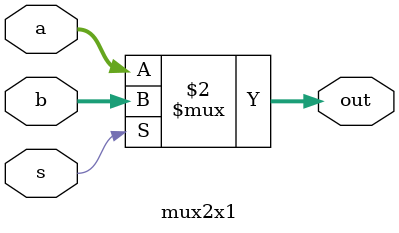
<source format=v>
`timescale 1ns / 1ns

module mux2x1 (a,b,s,out);

input [31:0] a, b;
input s;
output [31:0] out;

assign out = (s == 1'b1) ? b : a;

endmodule

</source>
